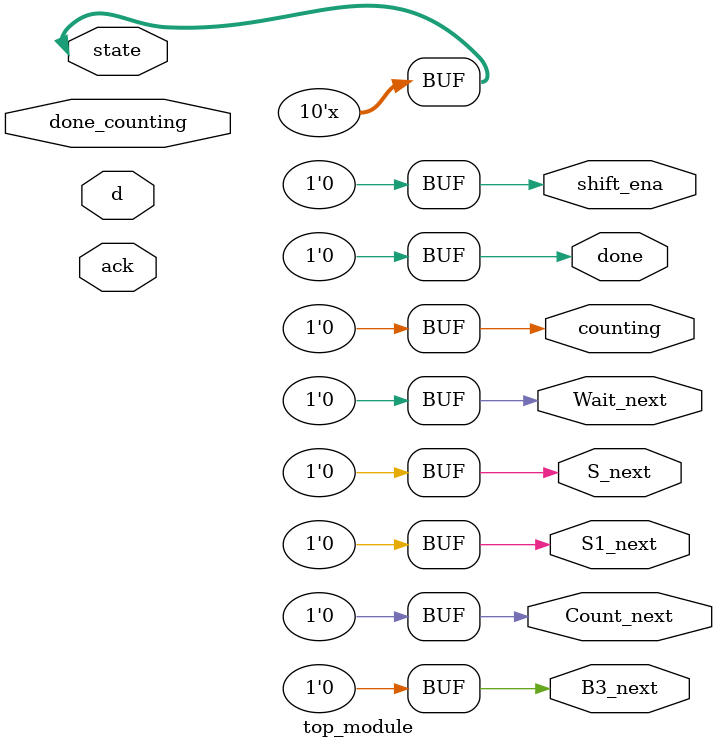
<source format=sv>
module top_module(
    input d,
    input done_counting,
    input ack,
    input [9:0] state,    // 10-bit one-hot current state
    output reg B3_next,
    output reg S_next,
    output reg S1_next,
    output reg Count_next,
    output reg Wait_next,
    output reg done,
    output reg counting,
    output reg shift_ena
);

    // State-encoding
    localparam S      = 10'b0000000001;
    localparam S1     = 10'b0000000010;
    localparam S11    = 10'b0000000100;
    localparam S110   = 10'b0000001000;
    localparam B0     = 10'b0000010000;
    localparam B1     = 10'b0000100000;
    localparam B2     = 10'b0001000000;
    localparam B3     = 10'b0010000000;
    localparam Count  = 10'b0100000000;
    localparam Wait   = 10'b1000000000;

    always @(*) begin
        // Default output values
        B3_next = 0;
        S_next = 0;
        S1_next = 0;
        Count_next = 0;
        Wait_next = 0;

        done = 0;
        counting = 0;
        shift_ena = 0;

        case (state)
            S: begin
                S_next = d ? 0 : 1;
                S1_next = d ? 1 : 0;
            end
            S1: begin
                S_next = d ? 0 : 1;
                S1_next = d ? 0 : 0;
                if (d == 1) begin
                    S_next = 0;
                    S1_next = 0;
                end
                else begin
                    S_next = 1;
                    S1_next = 0;
                end
                S1_next = d ? 0 : 0;
            end
            S11: begin
                S_next = d ? 0 : 0;
                S1_next = d ? 0 : 0;
                if (d == 1) begin
                    S_next = 0;
                    S1_next = 0;
                end
                else begin
                    S_next = 0;
                    S1_next = 0;
                end
                S_next = d ? 0 : 0;
                S1_next = d ? 0 : 0;
            end
            S110: begin
                S_next = d ? 0 : 0;
                S1_next = d ? 0 : 0;
                if (d == 1) begin
                    S1_next = 0;
                end
            end
            B0: begin
                shift_ena = 1;
                state = B1;
            end
            B1: begin
                shift_ena = 1;
                state = B2;
            end
            B2: begin
                shift_ena = 1;
                state = B3;
            end
            B3: begin
                shift_ena = 1;
                B3_next = 1;
                state = Count;
            end
            Count: begin
                counting = 1;
                if (!done_counting) begin
                    state = Count;
                end
                else begin
                    state = Wait;
                end
                Count_next = 1;
            end
            Wait: begin
                done = 1;
                if (ack) begin
                    state = S;
                end
                else begin
                    state = Wait;
                end
            end
        endcase
    end
endmodule

</source>
